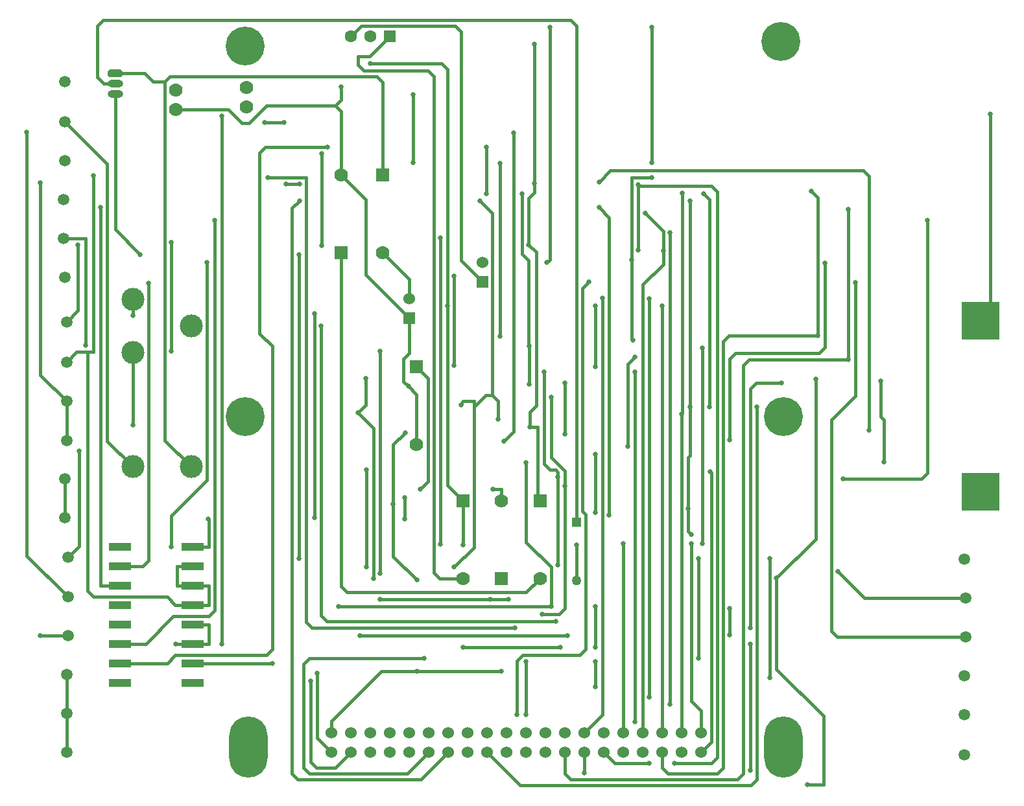
<source format=gbr>
G04 DipTrace 2.4.0.2*
%INBottom.gbr*%
%MOMM*%
%ADD13C,0.381*%
%ADD17C,1.524*%
%ADD18R,1.524X1.524*%
%ADD25R,1.778X1.778*%
%ADD26C,1.778*%
%ADD27C,1.524*%
%ADD28C,1.778*%
%ADD29R,3.0X1.0*%
%ADD30C,5.08*%
%ADD31O,5.0X8.0*%
%ADD32C,1.271*%
%ADD34R,5.0X5.0*%
%ADD35C,1.5*%
%ADD36O,2.0X1.0*%
%ADD37C,3.0*%
%ADD38R,1.27X1.27*%
%ADD44R,1.6X1.6*%
%ADD45C,1.6*%
%ADD46C,0.635*%
%FSLAX53Y53*%
G04*
G71*
G90*
G75*
G01*
%LNBottom*%
%LPD*%
X82349Y39800D2*
D13*
X80507Y37959D1*
X57172D1*
X56410Y38720D1*
Y82345D1*
X37042Y41387D2*
X34971D1*
Y38847D1*
X37042D1*
Y43928D2*
X39114D1*
Y47502D1*
X39033Y47583D1*
X37042Y33768D2*
X39114D1*
Y31228D1*
X37042D1*
X52410Y26379D2*
Y15805D1*
X53172Y15043D1*
X55597D1*
X57652Y17099D1*
X20591Y27213D2*
Y22133D1*
X37042Y36307D2*
X34745D1*
X33673Y37379D1*
X24077D1*
X23315Y38141D1*
Y69379D1*
X21871D1*
X20550Y68058D1*
X37042Y28688D2*
X47428D1*
X52917Y74378D2*
Y47710D1*
X23315Y69379D2*
X24077D1*
Y92430D1*
X37042Y38847D2*
X39114D1*
Y36307D1*
X37042D1*
Y31228D2*
X34844D1*
X20591Y22133D2*
Y20267D1*
X20590Y20266D1*
Y17050D1*
X101927Y89146D2*
Y62175D1*
X20350Y47738D2*
Y50922D1*
X20360Y50931D1*
Y52820D1*
X66697Y51421D2*
X67713Y52437D1*
Y65962D1*
X66252Y67422D1*
X77317Y49960D2*
Y51421D1*
X76194D1*
X101721Y48957D2*
Y45953D1*
X102147Y45528D1*
X101927Y62175D2*
Y55826D1*
X101721Y55620D1*
Y48957D1*
X104467Y62196D2*
Y89285D1*
X103717Y90035D1*
X110675Y62196D2*
Y13519D1*
X109913Y12757D1*
X79774D1*
X75432Y17099D1*
X93212Y44306D2*
Y19639D1*
X112343Y26820D2*
Y42406D1*
X67210Y29359D2*
X52283D1*
X51521Y28597D1*
Y15043D1*
X52283Y14281D1*
X64995D1*
X67812Y17099D1*
X29180Y54400D2*
X25855Y57725D1*
Y93958D1*
X20322Y99490D1*
X64792Y58850D2*
X63205Y57263D1*
Y49488D1*
X81608Y109650D2*
Y91436D1*
X61807Y82345D2*
X65300Y78853D1*
Y76312D1*
X126837Y65566D2*
Y60960D1*
X127281Y60517D1*
Y55017D1*
X96986Y92192D2*
X94319D1*
Y81392D1*
X103036Y29325D2*
Y42406D1*
X66321Y27709D2*
X61682D1*
X55112Y21139D1*
Y19639D1*
X77317Y27709D2*
X66321D1*
X63205Y49488D2*
Y42682D1*
X66321Y39566D1*
X81015Y59554D2*
X82031D1*
Y50278D1*
X82349Y49960D1*
X80873Y83399D2*
X81850Y82422D1*
Y62399D1*
X81015Y61565D1*
Y59554D1*
X81608Y91436D2*
Y90230D1*
X80873Y89495D1*
Y83399D1*
X94319Y81392D2*
Y71125D1*
X94498Y70947D1*
X50949Y89151D2*
X49963Y88164D1*
Y14281D1*
X50725Y13519D1*
X66773D1*
X70352Y17099D1*
X80498Y21988D2*
Y28930D1*
X103372Y19639D2*
Y22509D1*
X102147Y23734D1*
Y44306D1*
X100911Y90162D2*
Y61365D1*
X100832Y61286D1*
Y19639D1*
X98293Y75424D2*
Y19639D1*
X95752D2*
Y78187D1*
X98435Y80869D1*
Y82651D1*
Y85162D1*
X96098Y87500D1*
X53875Y83297D2*
Y95314D1*
X96986Y111847D2*
Y94093D1*
X83647Y111847D2*
Y81459D1*
X83258Y81070D1*
X78206Y37069D2*
X75847D1*
X34248Y69518D2*
Y83737D1*
X61491Y40455D2*
Y69518D1*
X75847Y37069D2*
X61491D1*
X72285Y39800D2*
X69237D1*
X68475Y40562D1*
Y105396D1*
X67713Y106157D1*
X59331D1*
X58569Y106920D1*
Y107999D1*
X60156D1*
X62760Y110603D1*
X107119Y35875D2*
Y32447D1*
X72285Y30830D2*
X85022D1*
X72285Y44184D2*
Y49960D1*
X103579Y44306D2*
Y69914D1*
X89626Y75424D2*
Y67422D1*
X87127Y44184D2*
Y39546D1*
X70253Y75424D2*
Y106348D1*
X69491Y107110D1*
X60220D1*
X72285Y49960D2*
X70253Y51992D1*
Y75424D1*
X99324Y23391D2*
Y84960D1*
X87127Y47166D2*
Y111974D1*
X86365Y112736D1*
X25311D1*
X24549Y111974D1*
Y105332D1*
X25430Y104450D1*
X26960D1*
X50852Y82149D2*
Y42406D1*
X30169Y82149D2*
X26920Y85398D1*
Y103130D1*
X36800Y54400D2*
X33359Y57840D1*
Y104697D1*
X34058Y105396D1*
X61045D1*
X61807Y104633D1*
Y92505D1*
X33359Y104697D2*
X31880D1*
X30737Y105840D1*
X26890D1*
X57680Y110603D2*
X59051Y111974D1*
X71269D1*
X72031Y111212D1*
Y81329D1*
X74825Y78535D1*
X71162Y41261D2*
X73745Y43844D1*
Y62224D1*
Y62986D1*
X72349D1*
X72031Y62668D1*
Y62438D1*
X74507Y89151D2*
X76158Y87500D1*
Y63748D1*
X76920Y62986D1*
Y60570D1*
X76158Y63748D2*
X75269D1*
X73745Y62224D1*
X79984Y90039D2*
Y82173D1*
X80834Y81323D1*
Y70153D1*
X80961D1*
X60602Y39736D2*
Y59390D1*
X58571Y61422D1*
X80961Y70153D2*
Y65141D1*
X58571Y61422D2*
X59587Y62438D1*
Y65898D1*
X77174Y71423D2*
Y94087D1*
X79050Y33315D2*
X52600D1*
X51838Y34077D1*
Y92200D1*
X46870D1*
X83809Y63445D2*
Y55627D1*
X85587Y53849D1*
Y51890D1*
Y35875D1*
X84825Y35113D1*
X82685D1*
X78953Y98030D2*
Y58954D1*
X77682Y57684D1*
X59713Y41261D2*
Y53961D1*
X89546Y25617D2*
Y28930D1*
X85620Y58665D2*
Y65332D1*
X121889Y52817D2*
X132165D1*
X132927Y53579D1*
Y86611D1*
X107119Y57903D2*
Y68496D1*
X107881Y69258D1*
X118761D1*
X119523Y70020D1*
Y81024D1*
X80540Y54937D2*
Y44530D1*
X83809Y41261D1*
Y36116D1*
X89626D2*
Y30830D1*
X83809Y36116D2*
X56093D1*
X96641Y24306D2*
Y76312D1*
X69364Y44237D2*
Y84288D1*
X75396Y96203D2*
Y90039D1*
X54594Y96203D2*
X46498D1*
X45736Y95441D1*
Y71817D1*
X47392Y70162D1*
Y30521D1*
X46630Y29759D1*
X34745D1*
X33673Y28688D1*
X27517D1*
X39922Y86611D2*
Y35601D1*
X39160Y34839D1*
X34491D1*
X30879Y31228D1*
X27517D1*
X109786Y33336D2*
Y64614D1*
X110548Y65376D1*
X113871D1*
X58825Y32299D2*
X85911D1*
X24966Y88320D2*
Y38847D1*
X27517D1*
X31251Y78408D2*
Y42149D1*
X30489Y41387D1*
X27517D1*
X34209Y43928D2*
Y48004D1*
X38871Y52666D1*
Y81133D1*
X34820Y101078D2*
X41700D1*
X43478Y99300D1*
X44345D1*
X46631Y101586D1*
X55648D1*
X56410Y102348D1*
Y104004D1*
X66252Y57262D2*
Y63805D1*
X65175Y64883D1*
X56410Y92505D2*
Y100824D1*
X55648Y101586D1*
X65300Y73772D2*
X59585Y79487D1*
Y89330D1*
X56410Y92505D1*
X65175Y64883D2*
X64540Y65517D1*
Y68503D1*
X65300Y69263D1*
Y73772D1*
X84698Y41514D2*
Y53072D1*
X71142Y79297D2*
Y67668D1*
X84698Y53072D2*
Y53643D1*
X84381Y53961D1*
X83682D1*
X82920Y54722D1*
Y66787D1*
X84463Y34224D2*
X54568D1*
X53806Y34986D1*
Y72815D1*
X23060Y70268D2*
Y84250D1*
X20163D1*
X49165Y91309D2*
X50949D1*
X46377Y99338D2*
X48980D1*
Y99340D1*
X121291Y40712D2*
X124743Y37260D1*
X137926D1*
X29180Y59843D2*
Y69323D1*
X123517Y78484D2*
Y63661D1*
X120402Y60546D1*
Y32942D1*
X121164Y32180D1*
X137926D1*
X29180Y74109D2*
Y76308D1*
X20550Y57770D2*
Y59911D1*
Y59912D1*
Y62978D1*
X141183Y100443D2*
Y73500D1*
X139880D1*
X20550Y62978D2*
X17142Y66385D1*
Y91541D1*
X89626Y48373D2*
Y55992D1*
X64666Y50377D2*
Y47583D1*
X22171Y56471D2*
Y44033D1*
X20750Y42611D1*
X15364Y98131D2*
Y42758D1*
X20750Y37373D1*
Y32293D2*
X17125D1*
X22061Y83361D2*
Y74808D1*
X20550Y73296D1*
X94740Y68692D2*
X93848Y67800D1*
Y57014D1*
X65797Y102983D2*
Y94093D1*
X91404Y48067D2*
Y86933D1*
X90076Y88261D1*
X90515Y76439D2*
Y22021D1*
X88132Y19639D1*
X94740Y21099D2*
Y66793D1*
X104579Y53707D2*
X104706Y53579D1*
Y18432D1*
X103372Y17099D1*
X125295Y59184D2*
Y92320D1*
X124534Y93082D1*
X91547D1*
X90076Y91610D1*
X117745Y90421D2*
X118634Y89531D1*
Y71544D1*
X106992D1*
X106230Y70782D1*
Y15043D1*
X105468Y14281D1*
X99055D1*
X98293Y15043D1*
Y17099D1*
X109786Y14721D2*
Y31225D1*
X95209Y82741D2*
Y91293D1*
X96641Y15610D2*
X92161D1*
X90672Y17099D1*
X95209Y91293D2*
Y91051D1*
X104706D1*
X105468Y90289D1*
Y16372D1*
X104706Y15610D1*
X99943D1*
X79306Y21988D2*
Y29057D1*
X80068Y29819D1*
X87572D1*
X88334Y30581D1*
Y48150D1*
X87889Y48595D1*
Y77676D1*
X88778Y78565D1*
X88132Y14408D2*
Y17099D1*
X122628Y88060D2*
Y68370D1*
X109659D1*
X108897Y67608D1*
Y14281D1*
X108135Y13519D1*
X86354D1*
X85592Y14281D1*
Y17099D1*
X118334Y65892D2*
Y44923D1*
X113233Y39822D1*
Y27963D1*
X119380Y21815D1*
Y12884D1*
X117297D1*
X40811Y31257D2*
Y100188D1*
X53299Y27395D2*
Y18913D1*
X55112Y17099D1*
D46*
X39033Y47583D3*
X52410Y26379D3*
X24077Y92430D3*
X47428Y28688D3*
X52917Y47710D3*
Y74378D3*
X34844Y31228D3*
X102147Y45528D3*
X101927Y62175D3*
Y89146D3*
X66697Y51421D3*
X76194D3*
X101721Y48957D3*
X103717Y90035D3*
X104467Y62196D3*
X110675D3*
X93212Y44306D3*
X112343Y42406D3*
Y26820D3*
X67210Y29359D3*
X66321Y27709D3*
Y39566D3*
X81608Y91436D3*
X64792Y58850D3*
X81015Y59554D3*
X77317Y27709D3*
X96986Y92192D3*
X103036Y42406D3*
Y29325D3*
X81608Y109650D3*
X127281Y55017D3*
X126837Y65566D3*
X63205Y49488D3*
X94498Y70947D3*
X80873Y83399D3*
X94319Y81392D3*
X50949Y89151D3*
X80498Y28930D3*
Y21988D3*
X102147Y44306D3*
X100911Y90162D3*
X100832Y61286D3*
X98293Y75424D3*
X96098Y87500D3*
X98435Y82651D3*
X53875Y95314D3*
Y83297D3*
X96986Y94093D3*
Y111847D3*
X83258Y81070D3*
X83647Y111847D3*
X75847Y37069D3*
X34248Y83737D3*
Y69518D3*
X78206Y37069D3*
X61491Y69518D3*
Y40455D3*
Y37069D3*
X107119Y32447D3*
Y35875D3*
X85022Y30830D3*
X72285D3*
X103579Y69914D3*
X89626Y67422D3*
Y75424D3*
X70253D3*
X72285Y44184D3*
X87127D3*
X103579Y44306D3*
X60220Y107110D3*
X99324Y84960D3*
Y23391D3*
X50852Y42406D3*
Y82149D3*
X30169D3*
X72031Y62438D3*
X71162Y41261D3*
X76920Y60570D3*
X74507Y89151D3*
X80961Y65141D3*
X59587Y65898D3*
X79984Y90039D3*
X80961Y70153D3*
X58571Y61422D3*
X60602Y39736D3*
X77174Y94087D3*
Y71423D3*
X46870Y92200D3*
X79050Y33315D3*
X85587Y51890D3*
X82685Y35113D3*
X83809Y63445D3*
X77682Y57684D3*
X78953Y98030D3*
X59713Y53961D3*
X89546Y28930D3*
Y25617D3*
X59713Y41261D3*
X85620Y65332D3*
X132927Y86611D3*
X85620Y58665D3*
X121889Y52817D3*
X119523Y81024D3*
X107119Y57903D3*
X56093Y36116D3*
X89626Y30830D3*
Y36116D3*
X80540Y54937D3*
X83809Y36116D3*
X96641Y76312D3*
Y24306D3*
X69364Y84288D3*
Y44237D3*
X75396Y90039D3*
Y96203D3*
X54594D3*
X39922Y86611D3*
X113871Y65376D3*
X109786Y33336D3*
X85911Y32299D3*
X58825D3*
X24966Y88320D3*
X31251Y78408D3*
X38871Y81133D3*
X34209Y43928D3*
X56410Y104004D3*
X65175Y64883D3*
X84698Y53072D3*
Y41514D3*
X71142Y67668D3*
Y79297D3*
X82920Y66787D3*
X53806Y72815D3*
X84463Y34224D3*
X23060Y70268D3*
X50949Y91309D3*
X49165D3*
X48980Y99340D3*
X46377Y99338D3*
X121291Y40712D3*
X29180Y59843D3*
X123517Y78484D3*
X29180Y74109D3*
X17142Y91541D3*
X141183Y100443D3*
X89626Y55992D3*
Y48373D3*
X64666Y47583D3*
Y50377D3*
X22171Y56471D3*
X15364Y98131D3*
X17125Y32293D3*
X22061Y83361D3*
X93848Y57014D3*
X94740Y68692D3*
X65797Y102983D3*
Y94093D3*
X90076Y88261D3*
X91404Y48067D3*
X90515Y76439D3*
X94740Y66793D3*
Y21099D3*
X104579Y53707D3*
X90076Y91610D3*
X125295Y59184D3*
X118634Y71544D3*
X117745Y90421D3*
X109786Y31225D3*
Y14721D3*
X96641Y15610D3*
X99943D3*
X95209Y91293D3*
Y82741D3*
X88778Y78565D3*
X79306Y21988D3*
X88132Y14408D3*
X122628Y68370D3*
Y88060D3*
X117297Y12884D3*
X118334Y65892D3*
X113233Y39822D3*
X40811Y100188D3*
Y31257D3*
X53299Y27395D3*
D17*
X65300Y76312D3*
D18*
Y73772D3*
D17*
X74825Y81075D3*
D18*
Y78535D3*
D25*
X72285Y49960D3*
D26*
Y39800D3*
D25*
X77317D3*
D26*
Y49960D3*
D25*
X56410Y82345D3*
D26*
Y92505D3*
D25*
X66252Y67422D3*
D26*
Y57262D3*
D25*
X82349Y49960D3*
D26*
Y39800D3*
D25*
X61807Y92505D3*
D26*
Y82345D3*
D27*
X103372Y19639D3*
X100832D3*
X98293D3*
X95752D3*
X93212D3*
X90672D3*
X88132D3*
X85592D3*
X83052D3*
X80513D3*
X77972D3*
X75432D3*
X72892D3*
X70352D3*
X67812D3*
X65272D3*
X62732D3*
X60192D3*
X57652D3*
X55112D3*
Y17099D3*
X57652D3*
X60192D3*
X62732D3*
X65272D3*
X67812D3*
X70352D3*
X72892D3*
X75432D3*
X77972D3*
X80513D3*
X83052D3*
X85592D3*
X88132D3*
X90672D3*
X93212D3*
X95752D3*
X98293D3*
X100832D3*
X103372D3*
D28*
X34820Y103617D3*
Y101077D3*
X44027Y103935D3*
Y101395D3*
D29*
X37042Y26147D3*
Y28688D3*
Y31228D3*
Y33767D3*
Y36307D3*
Y38847D3*
Y41387D3*
Y43928D3*
X27517D3*
Y41387D3*
Y38847D3*
Y36307D3*
Y33767D3*
Y31228D3*
Y28688D3*
Y26147D3*
D30*
X113805Y109968D3*
X43900Y60900D3*
X43855Y109332D3*
X114100Y60900D3*
D31*
X114160Y17730D3*
X44310Y17790D3*
D34*
X139880Y73500D3*
Y51116D3*
D35*
X137767Y42340D3*
X137926Y37260D3*
Y32180D3*
X137768Y27100D3*
Y22020D3*
Y16781D3*
X20322Y79170D3*
X20163Y84250D3*
Y89330D3*
X20322Y94410D3*
Y99490D3*
Y104729D3*
X20350Y47738D3*
X20360Y52820D3*
X20550Y57770D3*
Y62978D3*
Y68058D3*
Y73296D3*
X20590Y17050D3*
X20591Y22133D3*
Y27213D3*
X20750Y32293D3*
Y37373D3*
Y42611D3*
G36*
X26140Y106340D2*
X25890Y106090D1*
Y105590D1*
X26140Y105340D1*
X27640D1*
X27890Y105590D1*
Y106090D1*
X27640Y106340D1*
X26140D1*
X25890Y106090D1*
Y105590D1*
X26140Y105340D1*
X27640D1*
X27890Y105590D1*
Y106090D1*
X27640Y106340D1*
X26140D1*
X25890Y106090D1*
Y105590D1*
X26140Y105340D1*
X27640D1*
X27890Y105590D1*
Y106090D1*
X27640Y106340D1*
X26140D1*
G37*
D36*
X26960Y104450D3*
X26920Y103130D3*
D37*
X29180Y54400D3*
X36800D3*
X29180Y69323D3*
X36800Y72815D3*
X29180Y76308D3*
D32*
X87127Y39546D3*
D38*
Y47166D3*
D44*
X62760Y110603D3*
D45*
X60220D3*
X57680D3*
M02*

</source>
